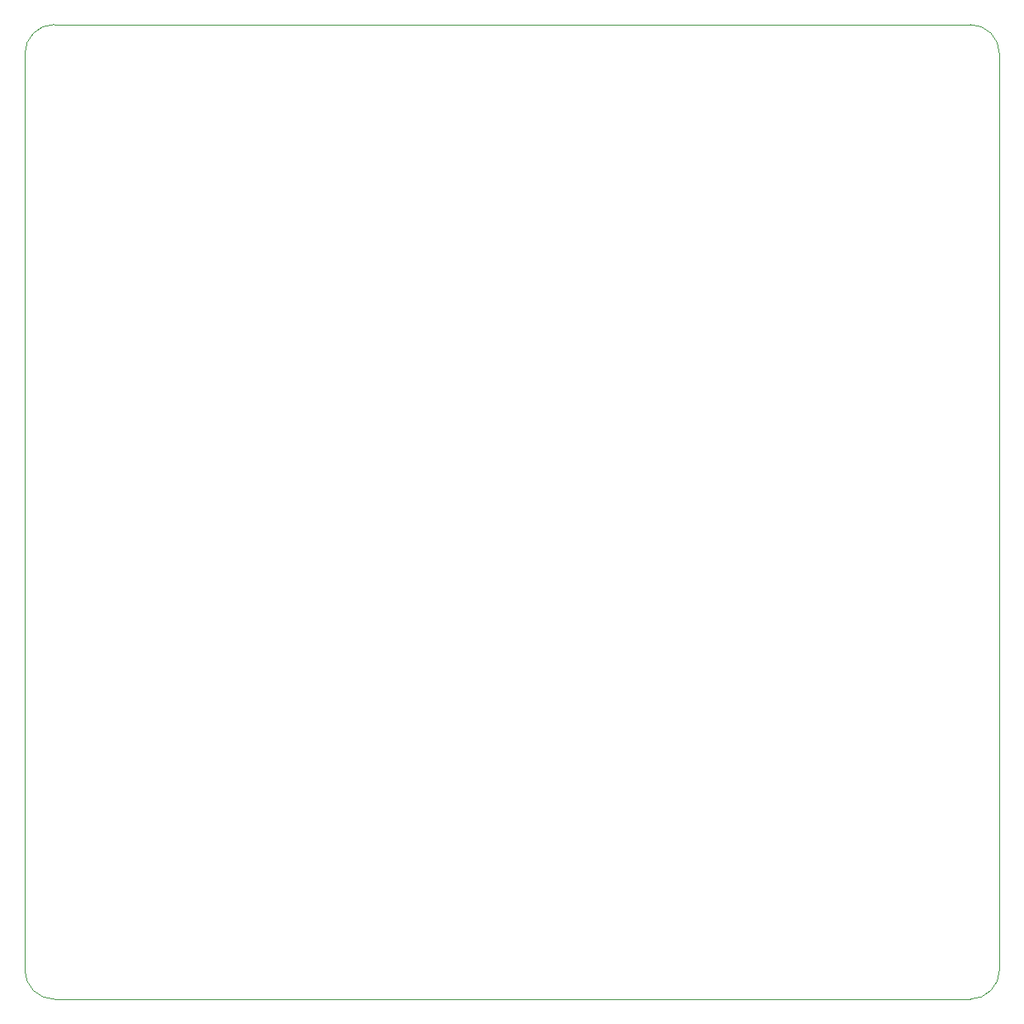
<source format=gbr>
%TF.GenerationSoftware,KiCad,Pcbnew,(5.1.12-1-10_14)*%
%TF.CreationDate,2022-02-15T12:56:50-08:00*%
%TF.ProjectId,g3_compute,67335f63-6f6d-4707-9574-652e6b696361,1*%
%TF.SameCoordinates,Original*%
%TF.FileFunction,Profile,NP*%
%FSLAX46Y46*%
G04 Gerber Fmt 4.6, Leading zero omitted, Abs format (unit mm)*
G04 Created by KiCad (PCBNEW (5.1.12-1-10_14)) date 2022-02-15 12:56:50*
%MOMM*%
%LPD*%
G01*
G04 APERTURE LIST*
%TA.AperFunction,Profile*%
%ADD10C,0.100000*%
%TD*%
G04 APERTURE END LIST*
D10*
X200000000Y-147000000D02*
G75*
G02*
X197000000Y-150000000I-3000000J0D01*
G01*
X103000000Y-150000000D02*
G75*
G02*
X100000000Y-147000000I0J3000000D01*
G01*
X100000000Y-53000000D02*
G75*
G02*
X103000000Y-50000000I3000000J0D01*
G01*
X197000000Y-50000000D02*
G75*
G02*
X200000000Y-53000000I0J-3000000D01*
G01*
X200000000Y-53000000D02*
X200000000Y-147000000D01*
X103000000Y-50000000D02*
X197000000Y-50000000D01*
X100000000Y-147000000D02*
X100000000Y-53000000D01*
X197000000Y-150000000D02*
X103000000Y-150000000D01*
M02*

</source>
